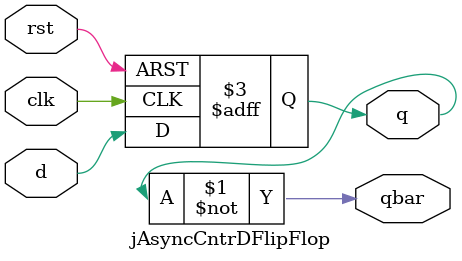
<source format=v>
module jAsyncCntrDFlipFlop(q,qbar,clk,rst,d);
	output reg q;
	output qbar;
	input clk, rst;
	input d;
	assign qbar = ~q;
	always @(posedge clk, posedge rst)
	begin
		if (rst)
			q <= 0;
		else
			q <= d;
	end
endmodule
</source>
